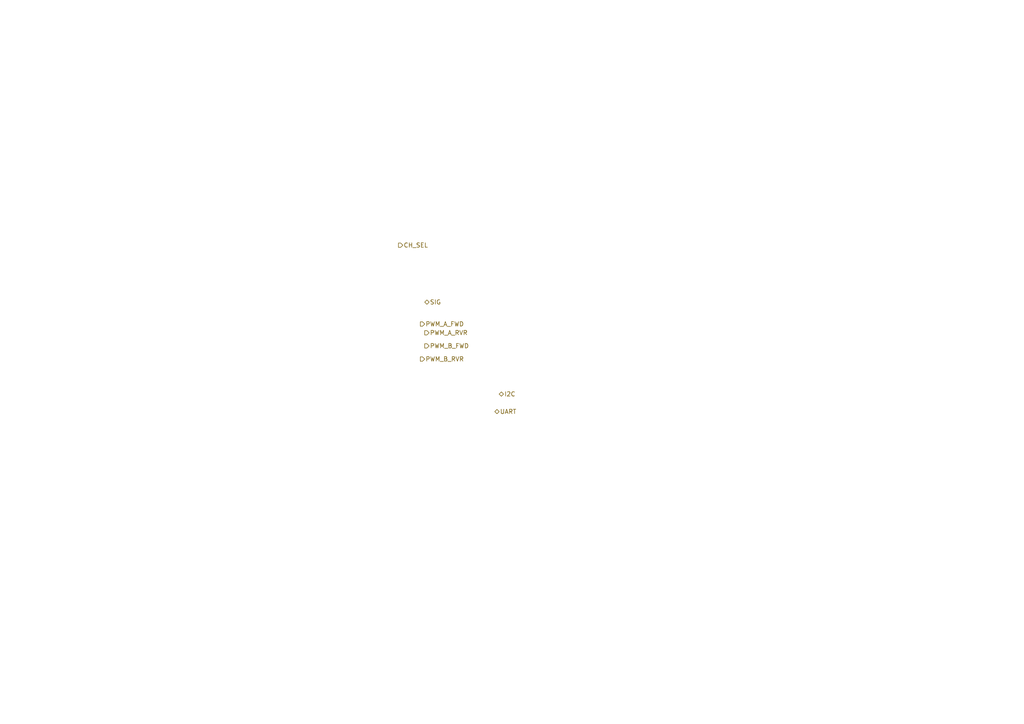
<source format=kicad_sch>
(kicad_sch
	(version 20231120)
	(generator "eeschema")
	(generator_version "8.0")
	(uuid "0488ef21-5562-497a-8ab8-193c3b4f8f20")
	(paper "A4")
	(lib_symbols)
	(hierarchical_label "PWM_B_RVR"
		(shape output)
		(at 121.92 104.14 0)
		(fields_autoplaced yes)
		(effects
			(font
				(size 1.27 1.27)
			)
			(justify left)
		)
		(uuid "09621e61-b520-44c6-a688-0f14fbfd9adf")
	)
	(hierarchical_label "PWM_B_FWD"
		(shape output)
		(at 123.19 100.33 0)
		(fields_autoplaced yes)
		(effects
			(font
				(size 1.27 1.27)
			)
			(justify left)
		)
		(uuid "123cb473-3d00-4eb9-aba9-2ad0017aaeab")
	)
	(hierarchical_label "I2C"
		(shape bidirectional)
		(at 144.78 114.3 0)
		(fields_autoplaced yes)
		(effects
			(font
				(size 1.27 1.27)
			)
			(justify left)
		)
		(uuid "78b64200-21ed-48d1-bdf4-aa5116047f58")
	)
	(hierarchical_label "CH_SEL"
		(shape output)
		(at 115.57 71.12 0)
		(fields_autoplaced yes)
		(effects
			(font
				(size 1.27 1.27)
			)
			(justify left)
		)
		(uuid "8195fb50-e4c0-42a8-b081-66b53e885959")
	)
	(hierarchical_label "SIG"
		(shape bidirectional)
		(at 123.19 87.63 0)
		(fields_autoplaced yes)
		(effects
			(font
				(size 1.27 1.27)
			)
			(justify left)
		)
		(uuid "92c68d9d-df00-4104-bbba-879f343f100f")
	)
	(hierarchical_label "PWM_A_FWD"
		(shape output)
		(at 121.92 93.98 0)
		(fields_autoplaced yes)
		(effects
			(font
				(size 1.27 1.27)
			)
			(justify left)
		)
		(uuid "a3037926-354a-42e0-af3e-2052c9d506a2")
	)
	(hierarchical_label "UART"
		(shape bidirectional)
		(at 143.51 119.38 0)
		(fields_autoplaced yes)
		(effects
			(font
				(size 1.27 1.27)
			)
			(justify left)
		)
		(uuid "b18670b7-888b-42b6-a44c-5c50684b6f7d")
	)
	(hierarchical_label "PWM_A_RVR"
		(shape output)
		(at 123.19 96.52 0)
		(fields_autoplaced yes)
		(effects
			(font
				(size 1.27 1.27)
			)
			(justify left)
		)
		(uuid "e849403e-b8fd-4123-9980-34111d6fada0")
	)
)
</source>
